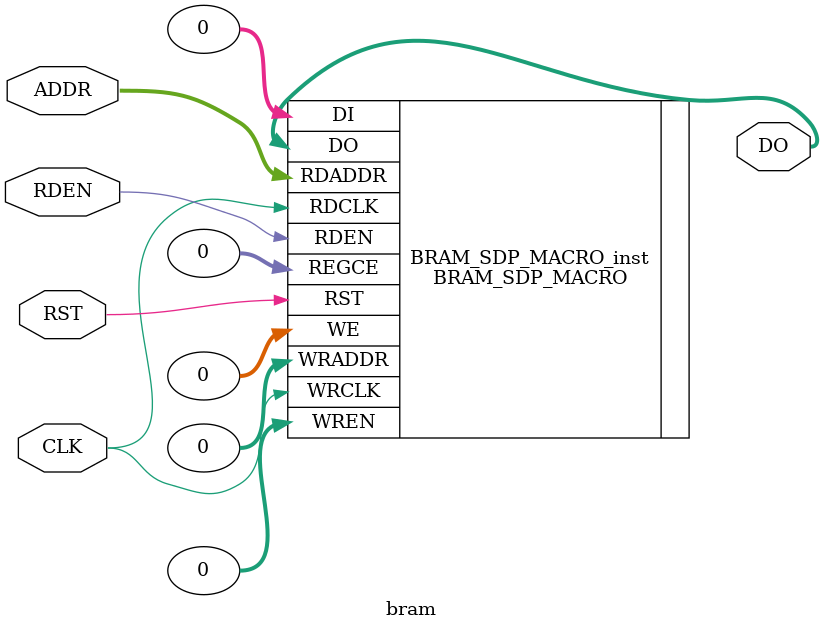
<source format=v>
module bram(CLK, RDEN, ADDR, DO, RST);
	
	input         CLK;
    input         RDEN;
	input         RST;
	input  [9:0]  ADDR;
    output [15:0] DO;
    
  
    BRAM_SDP_MACRO #(
    .BRAM_SIZE("18Kb"),                                                    // Target BRAM, "18Kb" or "36Kb"
    .DEVICE("7SERIES"),                                                    // Target device: "7SERIES"
    .WRITE_WIDTH(8),                                                       // Valid values are 1-72 (37-72 only valid when BRAM_SIZE="36Kb")
    .READ_WIDTH(16),                                                       // Valid values are 1-72 (37-72 only valid when BRAM_SIZE="36Kb")
    .DO_REG(0),                                                            // Optional output register (0 or 1)
    .INIT_FILE ("NONE"),
    .SIM_COLLISION_CHECK ("ALL"),                                          // Collision check enable "ALL", "WARNING_ONLY",
                                                                           // "GENERATE_X_ONLY" or "NONE"
    .SRVAL(72'h000000000000000000),                                        // Set/Reset value for port output
    .INIT(72'h000000000000000000),                                         // Initial values on output port
    .WRITE_MODE("WRITE_FIRST"),                                            // Specify "READ_FIRST" for same clock or synchronous clocks
                                                                           // Specify "WRITE_FIRST for asynchronous clocks on ports
																		   
    .INIT_00(256'h00000000000000000000000000000000000000000000c013b8100c12e025e113),
    .INIT_01(256'h0000000000000000000000000000000000000000000000000000000000000000),
    .INIT_02(256'h0000000000000000000000000000000000000000000000000000000000000000),
    .INIT_03(256'h0000000000000000000000000000000000000000000000000000000000000000),
    .INIT_04(256'h0000000000000000000000000000000000000000000000000000000000000000),
    .INIT_05(256'h0000000000000000000000000000000000000000000000000000000000000000),
    .INIT_06(256'h0000000000000000000000000000000000000000000000000000000000000000),
    .INIT_07(256'h0000000000000000000000000000000000000000000000000000000000000000),
    .INIT_08(256'h0000000000000000000000000000000000000000000000000000000000000000),
    .INIT_09(256'h0000000000000000000000000000000000000000000000000000000000000000),
    .INIT_0A(256'h0000000000000000000000000000000000000000000000000000000000000000),
    .INIT_0B(256'h0000000000000000000000000000000000000000000000000000000000000000),
    .INIT_0C(256'h0000000000000000000000000000000000000000000000000000000000000000),
    .INIT_0D(256'h0000000000000000000000000000000000000000000000000000000000000000),
    .INIT_0E(256'h0000000000000000000000000000000000000000000000000000000000000000),
    .INIT_0F(256'h0000000000000000000000000000000000000000000000000000000000000000),
    .INIT_10(256'h0000000000000000000000000000000000000000000000000000000000000000),
    .INIT_11(256'h0000000000000000000000000000000000000000000000000000000000000000),
    .INIT_12(256'h0000000000000000000000000000000000000000000000000000000000000000),
    .INIT_13(256'h0000000000000000000000000000000000000000000000000000000000000000),
    .INIT_14(256'h0000000000000000000000000000000000000000000000000000000000000000),
    .INIT_15(256'h0000000000000000000000000000000000000000000000000000000000000000),
    .INIT_16(256'h0000000000000000000000000000000000000000000000000000000000000000),
    .INIT_17(256'h0000000000000000000000000000000000000000000000000000000000000000),
    .INIT_18(256'h0000000000000000000000000000000000000000000000000000000000000000),
    .INIT_19(256'h0000000000000000000000000000000000000000000000000000000000000000),
    .INIT_1A(256'h0000000000000000000000000000000000000000000000000000000000000000),
    .INIT_1B(256'h0000000000000000000000000000000000000000000000000000000000000000),
    .INIT_1C(256'h0000000000000000000000000000000000000000000000000000000000000000),
    .INIT_1D(256'h0000000000000000000000000000000000000000000000000000000000000000),
    .INIT_1E(256'h0000000000000000000000000000000000000000000000000000000000000000),
    .INIT_1F(256'h0000000000000000000000000000000000000000000000000000000000000000),
    .INIT_20(256'h0000000000000000000000000000000000000000000000000000000000000000),
    .INIT_21(256'h0000000000000000000000000000000000000000000000000000000000000000),
    .INIT_22(256'h0000000000000000000000000000000000000000000000000000000000000000),
    .INIT_23(256'h0000000000000000000000000000000000000000000000000000000000000000),
    .INIT_24(256'h0000000000000000000000000000000000000000000000000000000000000000),
    .INIT_25(256'h0000000000000000000000000000000000000000000000000000000000000000),
    .INIT_26(256'h0000000000000000000000000000000000000000000000000000000000000000),
    .INIT_27(256'h0000000000000000000000000000000000000000000000000000000000000000),
    .INIT_28(256'h0000000000000000000000000000000000000000000000000000000000000000),
    .INIT_29(256'h0000000000000000000000000000000000000000000000000000000000000000),
    .INIT_2A(256'h0000000000000000000000000000000000000000000000000000000000000000),
    .INIT_2B(256'h0000000000000000000000000000000000000000000000000000000000000000),
    .INIT_2C(256'h0000000000000000000000000000000000000000000000000000000000000000),
    .INIT_2D(256'h0000000000000000000000000000000000000000000000000000000000000000),
    .INIT_2E(256'h0000000000000000000000000000000000000000000000000000000000000000),
    .INIT_2F(256'h0000000000000000000000000000000000000000000000000000000000000000),
    .INIT_30(256'h0000000000000000000000000000000000000000000000000000000000000000),
    .INIT_31(256'h0000000000000000000000000000000000000000000000000000000000000000),
    .INIT_32(256'h0000000000000000000000000000000000000000000000000000000000000000),
    .INIT_33(256'h0000000000000000000000000000000000000000000000000000000000000000),
    .INIT_34(256'h0000000000000000000000000000000000000000000000000000000000000000),
    .INIT_35(256'h0000000000000000000000000000000000000000000000000000000000000000),
    .INIT_36(256'h0000000000000000000000000000000000000000000000000000000000000000),
    .INIT_37(256'h0000000000000000000000000000000000000000000000000000000000000000),
    .INIT_38(256'h0000000000000000000000000000000000000000000000000000000000000000),
    .INIT_39(256'h0000000000000000000000000000000000000000000000000000000000000000),
    .INIT_3A(256'h0000000000000000000000000000000000000000000000000000000000000000),
    .INIT_3B(256'h0000000000000000000000000000000000000000000000000000000000000000),
    .INIT_3C(256'h0000000000000000000000000000000000000000000000000000000000000000),
    .INIT_3D(256'h0000000000000000000000000000000000000000000000000000000000000000),
    .INIT_3E(256'h0000000000000000000000000000000000000000000000000000000000000000),
    .INIT_3F(256'h0000000000000000000000000000000000000000000000000000000000000000),
    .INIT_40(256'h0000000000000000000000000000000000000000000000000000000000000000),
    .INIT_41(256'h0000000000000000000000000000000000000000000000000000000000000000),
    .INIT_42(256'h0000000000000000000000000000000000000000000000000000000000000000),
    .INIT_43(256'h0000000000000000000000000000000000000000000000000000000000000000),
    .INIT_44(256'h0000000000000000000000000000000000000000000000000000000000000000),
    .INIT_45(256'h0000000000000000000000000000000000000000000000000000000000000000),
    .INIT_46(256'h0000000000000000000000000000000000000000000000000000000000000000),
    .INIT_47(256'h0000000000000000000000000000000000000000000000000000000000000000),
    .INIT_48(256'h0000000000000000000000000000000000000000000000000000000000000000),
    .INIT_49(256'h0000000000000000000000000000000000000000000000000000000000000000),
    .INIT_4A(256'h0000000000000000000000000000000000000000000000000000000000000000),
    .INIT_4B(256'h0000000000000000000000000000000000000000000000000000000000000000),
    .INIT_4C(256'h0000000000000000000000000000000000000000000000000000000000000000),
    .INIT_4D(256'h0000000000000000000000000000000000000000000000000000000000000000),
    .INIT_4E(256'h0000000000000000000000000000000000000000000000000000000000000000),
    .INIT_4F(256'h0000000000000000000000000000000000000000000000000000000000000000),
    .INIT_50(256'h0000000000000000000000000000000000000000000000000000000000000000),
    .INIT_51(256'h0000000000000000000000000000000000000000000000000000000000000000),
    .INIT_52(256'h0000000000000000000000000000000000000000000000000000000000000000),
    .INIT_53(256'h0000000000000000000000000000000000000000000000000000000000000000),
    .INIT_54(256'h0000000000000000000000000000000000000000000000000000000000000000),
    .INIT_55(256'h0000000000000000000000000000000000000000000000000000000000000000),
    .INIT_56(256'h0000000000000000000000000000000000000000000000000000000000000000),
    .INIT_57(256'h0000000000000000000000000000000000000000000000000000000000000000),
    .INIT_58(256'h0000000000000000000000000000000000000000000000000000000000000000),
    .INIT_59(256'h0000000000000000000000000000000000000000000000000000000000000000),
    .INIT_5A(256'h0000000000000000000000000000000000000000000000000000000000000000),
    .INIT_5B(256'h0000000000000000000000000000000000000000000000000000000000000000),
    .INIT_5C(256'h0000000000000000000000000000000000000000000000000000000000000000),
    .INIT_5D(256'h0000000000000000000000000000000000000000000000000000000000000000),
    .INIT_5E(256'h0000000000000000000000000000000000000000000000000000000000000000),
    .INIT_5F(256'h0000000000000000000000000000000000000000000000000000000000000000),
    .INIT_60(256'h0000000000000000000000000000000000000000000000000000000000000000),
    .INIT_61(256'h0000000000000000000000000000000000000000000000000000000000000000),
    .INIT_62(256'h0000000000000000000000000000000000000000000000000000000000000000),
    .INIT_63(256'h0000000000000000000000000000000000000000000000000000000000000000),
    .INIT_64(256'h0000000000000000000000000000000000000000000000000000000000000000),
    .INIT_65(256'h0000000000000000000000000000000000000000000000000000000000000000),
    .INIT_66(256'h0000000000000000000000000000000000000000000000000000000000000000),
    .INIT_67(256'h0000000000000000000000000000000000000000000000000000000000000000),
    .INIT_68(256'h0000000000000000000000000000000000000000000000000000000000000000),
    .INIT_69(256'h0000000000000000000000000000000000000000000000000000000000000000),
    .INIT_6A(256'h0000000000000000000000000000000000000000000000000000000000000000),
    .INIT_6B(256'h0000000000000000000000000000000000000000000000000000000000000000),
    .INIT_6C(256'h0000000000000000000000000000000000000000000000000000000000000000),
    .INIT_6D(256'h0000000000000000000000000000000000000000000000000000000000000000),
    .INIT_6E(256'h0000000000000000000000000000000000000000000000000000000000000000),
    .INIT_6F(256'h0000000000000000000000000000000000000000000000000000000000000000),
    .INIT_70(256'h0000000000000000000000000000000000000000000000000000000000000000),
    .INIT_71(256'h0000000000000000000000000000000000000000000000000000000000000000),
    .INIT_72(256'h0000000000000000000000000000000000000000000000000000000000000000),
    .INIT_73(256'h0000000000000000000000000000000000000000000000000000000000000000),
    .INIT_74(256'h0000000000000000000000000000000000000000000000000000000000000000),
    .INIT_75(256'h0000000000000000000000000000000000000000000000000000000000000000),
    .INIT_76(256'h0000000000000000000000000000000000000000000000000000000000000000),
    .INIT_77(256'h0000000000000000000000000000000000000000000000000000000000000000),
    .INIT_78(256'h0000000000000000000000000000000000000000000000000000000000000000),
    .INIT_79(256'h0000000000000000000000000000000000000000000000000000000000000000),
    .INIT_7A(256'h0000000000000000000000000000000000000000000000000000000000000000),
    .INIT_7B(256'h0000000000000000000000000000000000000000000000000000000000000000),
    .INIT_7C(256'h0000000000000000000000000000000000000000000000000000000000000000),
    .INIT_7D(256'h0000000000000000000000000000000000000000000000000000000000000000),
    .INIT_7E(256'h0000000000000000000000000000000000000000000000000000000000000000),
    .INIT_7F(256'h0000000000000000000000000000000000000000000000000000000000000000),
                                                                               
	               // The next set of INITP_xx are for the parity bits

    .INITP_00(256'h0000000000000000000000000000000000000000000000000000000000000000),
    .INITP_01(256'h0000000000000000000000000000000000000000000000000000000000000000),
    .INITP_02(256'h0000000000000000000000000000000000000000000000000000000000000000),
    .INITP_03(256'h0000000000000000000000000000000000000000000000000000000000000000),
    .INITP_04(256'h0000000000000000000000000000000000000000000000000000000000000000),
    .INITP_05(256'h0000000000000000000000000000000000000000000000000000000000000000),
    .INITP_06(256'h0000000000000000000000000000000000000000000000000000000000000000),
    .INITP_07(256'h0000000000000000000000000000000000000000000000000000000000000000),
	
                  // The next set of INITP_xx are valid when configured as 36Kb
	
    .INITP_08(256'h0000000000000000000000000000000000000000000000000000000000000000),
    .INITP_09(256'h0000000000000000000000000000000000000000000000000000000000000000),
    .INITP_0A(256'h0000000000000000000000000000000000000000000000000000000000000000),
    .INITP_0B(256'h0000000000000000000000000000000000000000000000000000000000000000),
    .INITP_0C(256'h0000000000000000000000000000000000000000000000000000000000000000),
    .INITP_0D(256'h0000000000000000000000000000000000000000000000000000000000000000),
    .INITP_0E(256'h0000000000000000000000000000000000000000000000000000000000000000),
    .INITP_0F(256'h0000000000000000000000000000000000000000000000000000000000000000)
    )
    BRAM_SDP_MACRO_inst (
    .DO(DO),                                                                // Output read data port, width defined by READ_WIDTH parameter
    .DI(0),                                                                 // Input write data port, width defined by WRITE_WIDTH parameter
    .RDADDR(ADDR),                                                          // Input read address, width defined by read port depth
    .RDCLK(CLK),                                                            // 1-bit input read clock
    .RDEN(RDEN),                                                            // 1-bit input read port enable
    .REGCE(0),                                                              // 1-bit input read output register enable
    .RST(RST),                                                              // 1-bit input reset
    .WE(0),                                                                 // Input write enable, width defined by write port depth
    .WRADDR(0),                                                             // Input write address, width defined by write port depth
    .WRCLK(CLK),                                                            // 1-bit input write clock
    .WREN(0)                                                                // 1-bit input write port enable
    );
endmodule
</source>
